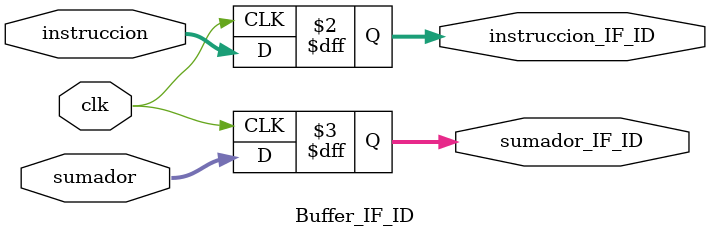
<source format=v>
`timescale 1ns/1ns
module Buffer_IF_ID(
	input clk,
	
	input [31:0] instruccion,
	input [31:0] sumador,
	
	output reg [31:0] instruccion_IF_ID,
	output reg [31:0] sumador_IF_ID	
);
always @(posedge clk) begin
	instruccion_IF_ID = instruccion;
	sumador_IF_ID = sumador;
end
endmodule

</source>
